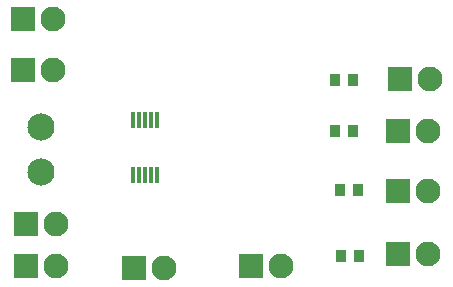
<source format=gts>
G04 Layer: TopSolderMaskLayer*
G04 EasyEDA v6.5.44, 2024-09-12 07:38:51*
G04 Gerber Generator version 0.2*
G04 Scale: 100 percent, Rotated: No, Reflected: No *
G04 Dimensions in millimeters *
G04 leading zeros omitted , absolute positions ,4 integer and 5 decimal *
%FSLAX45Y45*%
%MOMM*%

%AMMACRO1*4,1,8,-0.4243,-0.4829,-0.454,-0.4529,-0.454,0.4531,-0.4243,0.4829,0.4241,0.4829,0.454,0.4531,0.454,-0.4529,0.4241,-0.4829,-0.4243,-0.4829,0*%
%AMMACRO2*4,1,8,-0.1563,-0.665,-0.165,-0.6561,-0.165,0.6563,-0.1563,0.665,0.1561,0.665,0.165,0.6563,0.165,-0.6561,0.1561,-0.665,-0.1563,-0.665,0*%
%AMMACRO3*4,1,8,-0.1711,-0.7008,-0.2008,-0.6708,-0.2008,0.6711,-0.1711,0.7008,0.1708,0.7008,0.2008,0.6711,0.2008,-0.6708,0.1708,-0.7008,-0.1711,-0.7008,0*%
%AMMACRO4*4,1,8,-1.0211,-1.0508,-1.0508,-1.0208,-1.0508,1.0211,-1.0211,1.0508,1.0208,1.0508,1.0508,1.0211,1.0508,-1.0208,1.0208,-1.0508,-1.0211,-1.0508,0*%
%ADD10MACRO1*%
%ADD11MACRO2*%
%ADD12MACRO3*%
%ADD13C,2.3016*%
%ADD14MACRO4*%
%ADD15C,2.1016*%

%LPD*%
D10*
G01*
X3544176Y8864600D03*
G01*
X3694823Y8864600D03*
G01*
X3582276Y8369300D03*
G01*
X3732923Y8369300D03*
G01*
X3594976Y7810500D03*
G01*
X3745623Y7810500D03*
G01*
X3544176Y9296400D03*
G01*
X3694823Y9296400D03*
D11*
G01*
X1830412Y8489899D03*
G01*
X1880400Y8489899D03*
G01*
X1930387Y8489899D03*
G01*
X1980399Y8489899D03*
G01*
X2030412Y8489899D03*
D12*
G01*
X2030387Y8959900D03*
G01*
X1980399Y8959900D03*
G01*
X1930412Y8959900D03*
G01*
X1880400Y8959900D03*
G01*
X1830387Y8959900D03*
D13*
G01*
X1054100Y8902700D03*
G01*
X1054100Y8521700D03*
D14*
G01*
X4076700Y8356600D03*
D15*
G01*
X4330700Y8356600D03*
D14*
G01*
X4076700Y7823200D03*
D15*
G01*
X4330700Y7823200D03*
D14*
G01*
X4076700Y8864600D03*
D15*
G01*
X4330700Y8864600D03*
D14*
G01*
X4089400Y9309100D03*
D15*
G01*
X4343400Y9309100D03*
D14*
G01*
X1841499Y7708900D03*
D15*
G01*
X2095500Y7708900D03*
D14*
G01*
X901700Y9385300D03*
D15*
G01*
X1155700Y9385300D03*
D14*
G01*
X901700Y9817100D03*
D15*
G01*
X1155700Y9817100D03*
D14*
G01*
X927100Y7721600D03*
D15*
G01*
X1181100Y7721600D03*
D14*
G01*
X927100Y8077200D03*
D15*
G01*
X1181100Y8077200D03*
D14*
G01*
X2832100Y7721600D03*
D15*
G01*
X3086100Y7721600D03*
M02*

</source>
